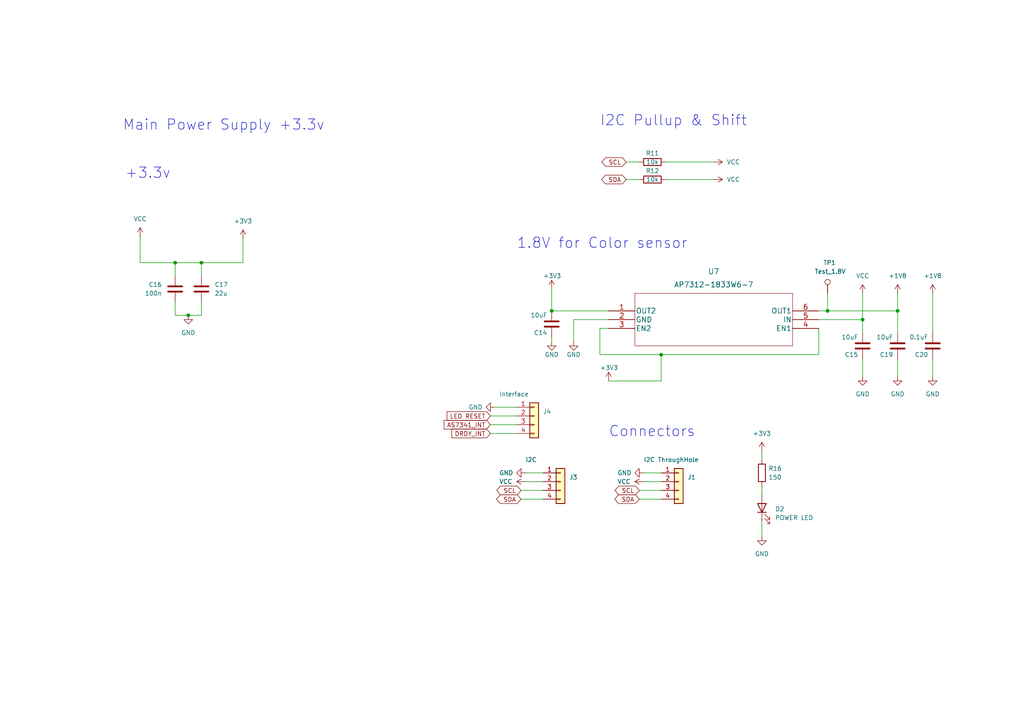
<source format=kicad_sch>
(kicad_sch (version 20211123) (generator eeschema)
  (paper "A4")
  (title_block (title "Development Board") (date "2022-03-15") (rev "2.1") (company "Plastic Scanner"))
  (lib_symbols
    (symbol "AP7312-1833W6-7:AP7312-1833W6-7" (pin_names (offset 0.254))
      (property "Reference" "U" (at 30.48 10.16 0))
      (property "Value" "AP7312-1833W6-7" (at 30.48 7.62 0))
      (symbol "AP7312-1833W6-7_1_1"
        (polyline (pts (xy 7.62 -10.16) (xy 53.34 -10.16)) (stroke (width 0.127)))
        (polyline (pts (xy 7.62 5.08) (xy 7.62 -10.16)) (stroke (width 0.127)))
        (polyline (pts (xy 53.34 -10.16) (xy 53.34 5.08)) (stroke (width 0.127)))
        (polyline (pts (xy 53.34 5.08) (xy 7.62 5.08)) (stroke (width 0.127)))
        (pin output line (at 0 0 0) (length 7.62) (name "OUT2") (number "1"))
        (pin power_in line (at 0 -2.54 0) (length 7.62) (name "GND") (number "2"))
        (pin input line (at 0 -5.08 0) (length 7.62) (name "EN2") (number "3"))
        (pin input line (at 60.96 -5.08 180) (length 7.62) (name "EN1") (number "4"))
        (pin input line (at 60.96 -2.54 180) (length 7.62) (name "IN") (number "5"))
        (pin output line (at 60.96 0 180) (length 7.62) (name "OUT1") (number "6"))
      )
    )
    (symbol "Connector:TestPoint" (pin_numbers hide) (pin_names (offset 0.762) hide)
      (property "Reference" "TP" (at 0 6.858 0))
      (property "Value" "TestPoint" (at 0 5.08 0))
      (symbol "TestPoint_0_1"
        (circle (center 0 3.302) (radius 0.762))
      )
      (symbol "TestPoint_1_1"
        (pin passive line (at 0 0 90) (length 2.54) (name "1") (number "1"))
      )
    )
    (symbol "Connector_Generic:Conn_01x04" (pin_names (offset 1.016) hide)
      (property "Reference" "J" (at 0 5.08 0))
      (property "Value" "Conn_01x04" (at 0 -7.62 0))
      (symbol "Conn_01x04_1_1"
        (rectangle (start -1.27 -4.953) (end 0 -5.207) (stroke (width 0.1524)))
        (rectangle (start -1.27 -2.413) (end 0 -2.667) (stroke (width 0.1524)))
        (rectangle (start -1.27 0.127) (end 0 -0.127) (stroke (width 0.1524)))
        (rectangle (start -1.27 2.667) (end 0 2.413) (stroke (width 0.1524)))
        (rectangle (start -1.27 3.81) (end 1.27 -6.35) (stroke (width 0.254)) (fill (type background)))
        (pin passive line (at -5.08 2.54 0) (length 3.81) (name "Pin_1") (number "1"))
        (pin passive line (at -5.08 0 0) (length 3.81) (name "Pin_2") (number "2"))
        (pin passive line (at -5.08 -2.54 0) (length 3.81) (name "Pin_3") (number "3"))
        (pin passive line (at -5.08 -5.08 0) (length 3.81) (name "Pin_4") (number "4"))
      )
    )
    (symbol "Device:C" (pin_numbers hide) (pin_names (offset 0.254))
      (property "Reference" "C" (at 0.635 2.54 0))
      (property "Value" "C" (at 0.635 -2.54 0))
      (symbol "C_0_1"
        (polyline (pts (xy -2.032 -0.762) (xy 2.032 -0.762)) (stroke (width 0.508)))
        (polyline (pts (xy -2.032 0.762) (xy 2.032 0.762)) (stroke (width 0.508)))
      )
      (symbol "C_1_1"
        (pin passive line (at 0 3.81 270) (length 2.794) (name "~") (number "1"))
        (pin passive line (at 0 -3.81 90) (length 2.794) (name "~") (number "2"))
      )
    )
    (symbol "Device:LED" (pin_numbers hide) (pin_names (offset 1.016) hide)
      (property "Reference" "D" (at 0 2.54 0))
      (property "Value" "LED" (at 0 -2.54 0))
      (symbol "LED_0_1"
        (polyline (pts (xy -1.27 -1.27) (xy -1.27 1.27)) (stroke (width 0.254)))
        (polyline (pts (xy -1.27 0) (xy 1.27 0)))
        (polyline (pts (xy 1.27 -1.27) (xy 1.27 1.27) (xy -1.27 0) (xy 1.27 -1.27)) (stroke (width 0.254)))
        (polyline (pts (xy -3.048 -0.762) (xy -4.572 -2.286) (xy -3.81 -2.286) (xy -4.572 -2.286) (xy -4.572 -1.524)))
        (polyline (pts (xy -1.778 -0.762) (xy -3.302 -2.286) (xy -2.54 -2.286) (xy -3.302 -2.286) (xy -3.302 -1.524)))
      )
      (symbol "LED_1_1"
        (pin passive line (at -3.81 0 0) (length 2.54) (name "K") (number "1"))
        (pin passive line (at 3.81 0 180) (length 2.54) (name "A") (number "2"))
      )
    )
    (symbol "Device:R" (pin_numbers hide) (pin_names (offset 0))
      (property "Reference" "R" (at 2.032 0 90))
      (property "Value" "R" (at 0 0 90))
      (symbol "R_0_1"
        (rectangle (start -1.016 -2.54) (end 1.016 2.54) (stroke (width 0.254)))
      )
      (symbol "R_1_1"
        (pin passive line (at 0 3.81 270) (length 1.27) (name "~") (number "1"))
        (pin passive line (at 0 -3.81 90) (length 1.27) (name "~") (number "2"))
      )
    )
    (symbol "power:+1V8" (power) (pin_numbers hide) (pin_names (offset 0) hide)
      (property "Value" "+1V8" (at 0 3.556 0))
      (symbol "+1V8_0_1"
        (polyline (pts (xy -0.762 1.27) (xy 0 2.54)))
        (polyline (pts (xy 0 0) (xy 0 2.54)))
        (polyline (pts (xy 0 2.54) (xy 0.762 1.27)))
      )
      (symbol "+1V8_1_1"
        (pin power_in line (at 0 0 90) (length 0) hide (name "+1V8") (number "1"))
      )
    )
    (symbol "power:+3.3V" (power) (pin_names (offset 0))
      (property "Value" "+3.3V" (at 0 3.556 0))
      (symbol "+3.3V_0_1"
        (polyline (pts (xy -0.762 1.27) (xy 0 2.54)))
        (polyline (pts (xy 0 0) (xy 0 2.54)))
        (polyline (pts (xy 0 2.54) (xy 0.762 1.27)))
      )
      (symbol "+3.3V_1_1"
        (pin power_in line (at 0 0 90) (length 0) hide (name "+3V3") (number "1"))
      )
    )
    (symbol "power:GND" (power) (pin_names (offset 0))
      (property "Value" "GND" (at 0 -3.81 0))
      (symbol "GND_0_1"
        (polyline (pts (xy 0 0) (xy 0 -1.27) (xy 1.27 -1.27) (xy 0 -2.54) (xy -1.27 -1.27) (xy 0 -1.27)))
      )
      (symbol "GND_1_1"
        (pin power_in line (at 0 0 270) (length 0) hide (name "GND") (number "1"))
      )
    )
    (symbol "power:VCC" (power) (pin_names (offset 0))
      (property "Value" "VCC" (at 0 3.81 0))
      (symbol "VCC_0_1"
        (polyline (pts (xy -0.762 1.27) (xy 0 2.54)))
        (polyline (pts (xy 0 0) (xy 0 2.54)))
        (polyline (pts (xy 0 2.54) (xy 0.762 1.27)))
      )
      (symbol "VCC_1_1"
        (pin power_in line (at 0 0 90) (length 0) hide (name "VCC") (number "1"))
      )
    )
  )
  (junction (at 160.02 90.17))
  (junction (at 260.35 90.17))
  (junction (at 250.19 92.71))
  (junction (at 240.03 90.17))
  (junction (at 58.42 76.2))
  (junction (at 191.77 102.87))
  (junction (at 54.61 91.44))
  (junction (at 50.8 76.2))
  (wire (pts (xy 181.61 46.99) (xy 185.42 46.99)))
  (wire (pts (xy 173.99 95.25) (xy 176.53 95.25)))
  (wire (pts (xy 270.51 85.09) (xy 270.51 96.52)))
  (wire (pts (xy 50.8 87.63) (xy 50.8 91.44)))
  (wire (pts (xy 142.24 120.65) (xy 149.86 120.65)))
  (wire (pts (xy 220.98 151.13) (xy 220.98 155.575)))
  (wire (pts (xy 220.98 130.81) (xy 220.98 133.35)))
  (wire (pts (xy 250.19 104.14) (xy 250.19 109.22)))
  (wire (pts (xy 160.02 97.79) (xy 160.02 99.06)))
  (wire (pts (xy 40.64 76.2) (xy 50.8 76.2)))
  (wire (pts (xy 260.35 90.17) (xy 260.35 85.09)))
  (wire (pts (xy 237.49 102.87) (xy 191.77 102.87)))
  (wire (pts (xy 240.03 85.09) (xy 240.03 90.17)))
  (wire (pts (xy 220.98 140.97) (xy 220.98 143.51)))
  (wire (pts (xy 160.02 83.82) (xy 160.02 90.17)))
  (wire (pts (xy 151.13 142.24) (xy 157.48 142.24)))
  (wire (pts (xy 185.42 144.78) (xy 191.77 144.78)))
  (wire (pts (xy 50.8 76.2) (xy 50.8 80.01)))
  (wire (pts (xy 152.4 137.16) (xy 157.48 137.16)))
  (wire (pts (xy 50.8 91.44) (xy 54.61 91.44)))
  (wire (pts (xy 270.51 104.14) (xy 270.51 109.22)))
  (wire (pts (xy 58.42 91.44) (xy 54.61 91.44)))
  (wire (pts (xy 185.42 142.24) (xy 191.77 142.24)))
  (wire (pts (xy 237.49 90.17) (xy 240.03 90.17)))
  (wire (pts (xy 193.04 52.07) (xy 207.01 52.07)))
  (wire (pts (xy 173.99 102.87) (xy 173.99 95.25)))
  (wire (pts (xy 142.24 125.73) (xy 149.86 125.73)))
  (wire (pts (xy 166.37 92.71) (xy 166.37 99.06)))
  (wire (pts (xy 237.49 95.25) (xy 237.49 102.87)))
  (wire (pts (xy 260.35 104.14) (xy 260.35 109.22)))
  (wire (pts (xy 181.61 52.07) (xy 185.42 52.07)))
  (wire (pts (xy 151.13 144.78) (xy 157.48 144.78)))
  (wire (pts (xy 260.35 90.17) (xy 260.35 96.52)))
  (wire (pts (xy 186.69 137.16) (xy 191.77 137.16)))
  (wire (pts (xy 40.64 68.58) (xy 40.64 76.2)))
  (wire (pts (xy 58.42 87.63) (xy 58.42 91.44)))
  (wire (pts (xy 70.485 69.215) (xy 70.485 76.2)))
  (wire (pts (xy 50.8 76.2) (xy 58.42 76.2)))
  (wire (pts (xy 191.77 110.49) (xy 191.77 102.87)))
  (wire (pts (xy 143.51 118.11) (xy 149.86 118.11)))
  (wire (pts (xy 142.24 123.19) (xy 149.86 123.19)))
  (wire (pts (xy 250.19 85.09) (xy 250.19 92.71)))
  (wire (pts (xy 58.42 76.2) (xy 58.42 80.01)))
  (wire (pts (xy 58.42 76.2) (xy 70.485 76.2)))
  (wire (pts (xy 176.53 92.71) (xy 166.37 92.71)))
  (wire (pts (xy 176.53 110.49) (xy 191.77 110.49)))
  (wire (pts (xy 160.02 90.17) (xy 176.53 90.17)))
  (wire (pts (xy 152.4 139.7) (xy 157.48 139.7)))
  (wire (pts (xy 250.19 92.71) (xy 250.19 96.52)))
  (wire (pts (xy 193.04 46.99) (xy 207.01 46.99)))
  (wire (pts (xy 186.69 139.7) (xy 191.77 139.7)))
  (wire (pts (xy 240.03 90.17) (xy 260.35 90.17)))
  (wire (pts (xy 191.77 102.87) (xy 173.99 102.87)))
  (wire (pts (xy 237.49 92.71) (xy 250.19 92.71)))
  (text "Connectors" (at 176.53 127 0) (effects (font (size 3 3)) (justify left bottom)))
  (text "Main Power Supply +3.3v" (at 35.56 38.1 0) (effects (font (size 3 3)) (justify left bottom)))
  (text "1.8V for Color sensor" (at 149.86 72.39 0) (effects (font (size 3 3)) (justify left bottom)))
  (text "+3.3v" (at 36.195 52.07 0) (effects (font (size 3 3)) (justify left bottom)))
  (text "I2C Pullup & Shift\n" (at 173.99 36.83 0) (effects (font (size 3 3)) (justify left bottom)))
  (global_label "DRDY_INT" (shape input) (at 142.24 125.73 180) (property "Intersheet References" "${INTERSHEET_REFS}" (effects hide)))
  (global_label "SDA" (shape bidirectional) (at 185.42 144.78 180) (property "Intersheet References" "${INTERSHEET_REFS}" (effects hide)))
  (global_label "AS7341_INT" (shape input) (at 142.24 123.19 180) (property "Intersheet References" "${INTERSHEET_REFS}" (effects hide)))
  (global_label "SDA" (shape bidirectional) (at 151.13 144.78 180) (property "Intersheet References" "${INTERSHEET_REFS}" (effects hide)))
  (global_label "SCL" (shape bidirectional) (at 181.61 46.99 180) (property "Intersheet References" "${INTERSHEET_REFS}" (effects hide)))
  (global_label "LED RESET" (shape input) (at 142.24 120.65 180) (property "Intersheet References" "${INTERSHEET_REFS}" (effects hide)))
  (global_label "SCL" (shape bidirectional) (at 185.42 142.24 180) (property "Intersheet References" "${INTERSHEET_REFS}" (effects hide)))
  (global_label "SDA" (shape bidirectional) (at 181.61 52.07 180) (property "Intersheet References" "${INTERSHEET_REFS}" (effects hide)))
  (global_label "SCL" (shape bidirectional) (at 151.13 142.24 180) (property "Intersheet References" "${INTERSHEET_REFS}" (effects hide)))
  (symbol (lib_id "power:VCC") (at 152.4 139.7 90) (unit 1)
    (property "Reference" "#PWR05" (effects hide))
    (property "Value" "VCC" (at 144.78 139.7 90) (effects (justify right)))
  )
  (symbol (lib_id "Device:C") (at 58.42 83.82 0) (unit 1)
    (property "Reference" "C17" (at 62.23 82.5499 0) (effects (justify left)))
    (property "Value" "22u" (at 62.23 85.0899 0) (effects (justify left)))
    (property "Footprint" "Capacitor_SMD:C_0603_1608Metric_Pad1.08x0.95mm_HandSolder" (effects hide))
  )
  (symbol (lib_id "power:GND") (at 186.69 137.16 270) (unit 1)
    (property "Reference" "#PWR015" (effects hide))
    (property "Value" "GND" (at 179.07 137.16 90) (effects (justify left)))
  )
  (symbol (lib_id "Device:R") (at 189.23 52.07 90) (unit 1)
    (property "Reference" "R12" (at 189.23 49.53 90))
    (property "Value" "10k" (at 189.23 52.07 90))
    (property "Footprint" "Resistor_SMD:R_0603_1608Metric_Pad0.98x0.95mm_HandSolder" (effects hide))
  )
  (symbol (lib_id "power:+3.3V") (at 176.53 110.49 0) (unit 1)
    (property "Reference" "#PWR0132" (effects hide))
    (property "Value" "+3.3V" (at 173.99 106.68 0) (effects (justify left)))
  )
  (symbol (lib_id "power:VCC") (at 186.69 139.7 90) (unit 1)
    (property "Reference" "#PWR0124" (effects hide))
    (property "Value" "VCC" (at 179.07 139.7 90) (effects (justify right)))
  )
  (symbol (lib_id "power:GND") (at 54.61 91.44 0) (unit 1)
    (property "Reference" "#PWR033" (effects hide))
    (property "Value" "GND" (at 54.61 96.52 0))
  )
  (symbol (lib_id "Connector_Generic:Conn_01x04") (at 162.56 139.7 0) (unit 1)
    (property "Reference" "J3" (at 165.1 138.4299 0) (effects (justify left)))
    (property "Value" "I2C" (at 152.4 133.35 0) (effects (justify left)))
    (property "Footprint" "Connector_JST:JST_SH_SM04B-SRSS-TB_1x04-1MP_P1.00mm_Horizontal" (effects hide))
  )
  (symbol (lib_id "power:+1V8") (at 260.35 85.09 0) (unit 1)
    (property "Reference" "#PWR0127" (effects hide))
    (property "Value" "+1V8" (at 260.35 80.01 0))
  )
  (symbol (lib_id "power:GND") (at 160.02 99.06 0) (unit 1)
    (property "Reference" "#PWR0122" (effects hide))
    (property "Value" "GND" (at 160.02 102.87 0))
  )
  (symbol (lib_id "power:+3.3V") (at 160.02 83.82 0) (unit 1)
    (property "Reference" "#PWR0123" (effects hide))
    (property "Value" "+3.3V" (at 157.48 80.01 0) (effects (justify left)))
  )
  (symbol (lib_id "Device:C") (at 50.8 83.82 0) (mirror x) (unit 1)
    (property "Reference" "C16" (at 46.99 82.5499 0) (effects (justify right)))
    (property "Value" "100n" (at 46.99 85.0899 0) (effects (justify right)))
    (property "Footprint" "Capacitor_SMD:C_0603_1608Metric_Pad1.08x0.95mm_HandSolder" (effects hide))
  )
  (symbol (lib_id "power:+1V8") (at 270.51 85.09 0) (unit 1)
    (property "Reference" "#PWR0130" (effects hide))
    (property "Value" "+1V8" (at 270.51 80.01 0))
  )
  (symbol (lib_id "Device:C") (at 250.19 100.33 180) (unit 1)
    (property "Reference" "C15" (at 248.92 102.87 0) (effects (justify left)))
    (property "Value" "10uF" (at 248.92 97.79 0) (effects (justify left)))
    (property "Footprint" "Capacitor_SMD:C_0603_1608Metric_Pad1.08x0.95mm_HandSolder" (effects hide))
  )
  (symbol (lib_id "power:VCC") (at 250.19 85.09 0) (unit 1)
    (property "Reference" "#PWR0126" (effects hide))
    (property "Value" "VCC" (at 250.19 80.01 0))
  )
  (symbol (lib_id "Device:C") (at 260.35 100.33 180) (unit 1)
    (property "Reference" "C19" (at 259.08 102.87 0) (effects (justify left)))
    (property "Value" "10uF" (at 259.08 97.79 0) (effects (justify left)))
    (property "Footprint" "Capacitor_SMD:C_0603_1608Metric_Pad1.08x0.95mm_HandSolder" (effects hide))
  )
  (symbol (lib_id "Device:R") (at 189.23 46.99 270) (unit 1)
    (property "Reference" "R11" (at 189.23 44.45 90))
    (property "Value" "10k" (at 189.23 46.99 90))
    (property "Footprint" "Resistor_SMD:R_0603_1608Metric_Pad0.98x0.95mm_HandSolder" (effects hide))
  )
  (symbol (lib_id "power:+3.3V") (at 220.98 130.81 0) (unit 1)
    (property "Reference" "#PWR0102" (effects hide))
    (property "Value" "+3.3V" (at 220.98 125.73 0))
  )
  (symbol (lib_id "power:GND") (at 143.51 118.11 270) (unit 1)
    (property "Reference" "#PWR010" (effects hide))
    (property "Value" "GND" (at 135.89 118.11 90) (effects (justify left)))
  )
  (symbol (lib_id "power:GND") (at 220.98 155.575 0) (unit 1)
    (property "Reference" "#PWR0103" (effects hide))
    (property "Value" "GND" (at 220.98 160.655 0))
  )
  (symbol (lib_id "Connector:TestPoint") (at 240.03 85.09 0) (unit 1)
    (property "Reference" "TP1" (at 238.76 76.2 0) (effects (justify left)))
    (property "Value" "Test_1.8V" (at 236.22 78.74 0) (effects (justify left)))
    (property "Footprint" "TestPoint:TestPoint_Pad_D1.5mm" (effects hide))
  )
  (symbol (lib_id "Device:LED") (at 220.98 147.32 90) (unit 1)
    (property "Reference" "D2" (at 224.79 147.6374 90) (effects (justify right)))
    (property "Value" "POWER LED" (at 224.79 150.1774 90) (effects (justify right)))
    (property "Footprint" "LED_SMD:LED_0805_2012Metric_Pad1.15x1.40mm_HandSolder" (effects hide))
  )
  (symbol (lib_id "power:+3.3V") (at 70.485 69.215 0) (unit 1)
    (property "Reference" "#PWR034" (effects hide))
    (property "Value" "+3.3V" (at 70.485 64.135 0))
  )
  (symbol (lib_id "power:GND") (at 250.19 109.22 0) (unit 1)
    (property "Reference" "#PWR0128" (effects hide))
    (property "Value" "GND" (at 250.19 114.3 0))
  )
  (symbol (lib_id "power:VCC") (at 207.01 52.07 270) (unit 1)
    (property "Reference" "#PWR0120" (effects hide))
    (property "Value" "VCC" (at 214.63 52.07 90) (effects (justify right)))
  )
  (symbol (lib_id "power:GND") (at 260.35 109.22 0) (unit 1)
    (property "Reference" "#PWR0129" (effects hide))
    (property "Value" "GND" (at 260.35 114.3 0))
  )
  (symbol (lib_id "power:VCC") (at 207.01 46.99 270) (unit 1)
    (property "Reference" "#PWR0119" (effects hide))
    (property "Value" "VCC" (at 214.63 46.99 90) (effects (justify right)))
  )
  (symbol (lib_id "Device:R") (at 220.98 137.16 0) (mirror y) (unit 1)
    (property "Reference" "R16" (at 222.885 135.8899 0) (effects (justify right)))
    (property "Value" "150" (at 222.885 138.4299 0) (effects (justify right)))
    (property "Footprint" "Resistor_SMD:R_0603_1608Metric_Pad0.98x0.95mm_HandSolder" (effects hide))
  )
  (symbol (lib_id "power:GND") (at 270.51 109.22 0) (unit 1)
    (property "Reference" "#PWR0125" (effects hide))
    (property "Value" "GND" (at 270.51 114.3 0))
  )
  (symbol (lib_id "power:VCC") (at 40.64 68.58 0) (unit 1)
    (property "Reference" "#PWR0117" (effects hide))
    (property "Value" "VCC" (at 40.64 63.5 0))
  )
  (symbol (lib_id "power:GND") (at 166.37 99.06 0) (unit 1)
    (property "Reference" "#PWR0121" (effects hide))
    (property "Value" "GND" (at 166.37 102.87 0))
  )
  (symbol (lib_id "Device:C") (at 160.02 93.98 180) (unit 1)
    (property "Reference" "C14" (at 158.75 96.52 0) (effects (justify left)))
    (property "Value" "10uF" (at 158.75 91.44 0) (effects (justify left)))
    (property "Footprint" "Capacitor_SMD:C_0603_1608Metric_Pad1.08x0.95mm_HandSolder" (effects hide))
  )
  (symbol (lib_id "Connector_Generic:Conn_01x04") (at 154.94 120.65 0) (unit 1)
    (property "Reference" "J4" (at 157.48 119.3799 0) (effects (justify left)))
    (property "Value" "Interface" (at 144.78 114.3 0) (effects (justify left)))
    (property "Footprint" "Connector_PinSocket_2.54mm:PinSocket_1x04_P2.54mm_Vertical" (effects hide))
  )
  (symbol (lib_id "Connector_Generic:Conn_01x04") (at 196.85 139.7 0) (unit 1)
    (property "Reference" "J1" (at 199.39 138.4299 0) (effects (justify left)))
    (property "Value" "I2C ThroughHole" (at 186.69 133.35 0) (effects (justify left)))
    (property "Footprint" "Connector_PinSocket_2.54mm:PinSocket_1x04_P2.54mm_Vertical" (effects hide))
  )
  (symbol (lib_id "power:GND") (at 152.4 137.16 270) (unit 1)
    (property "Reference" "#PWR03" (effects hide))
    (property "Value" "GND" (at 144.78 137.16 90) (effects (justify left)))
  )
  (symbol (lib_id "Device:C") (at 270.51 100.33 180) (unit 1)
    (property "Reference" "C20" (at 269.24 102.87 0) (effects (justify left)))
    (property "Value" "0.1uF" (at 269.24 97.79 0) (effects (justify left)))
    (property "Footprint" "Capacitor_SMD:C_0603_1608Metric_Pad1.08x0.95mm_HandSolder" (effects hide))
  )
  (symbol (lib_id "AP7312-1833W6-7:AP7312-1833W6-7") (at 176.53 90.17 0) (unit 1)
    (property "Reference" "U7" (at 207.01 78.74 0) (effects (font (size 1.524 1.524))))
    (property "Value" "AP7312-1833W6-7" (at 207.01 82.55 0) (effects (font (size 1.524 1.524))))
    (property "Footprint" "AP7312-1833W6-7:AP7312-1833W6-7" (effects hide))
  )
)
</source>
